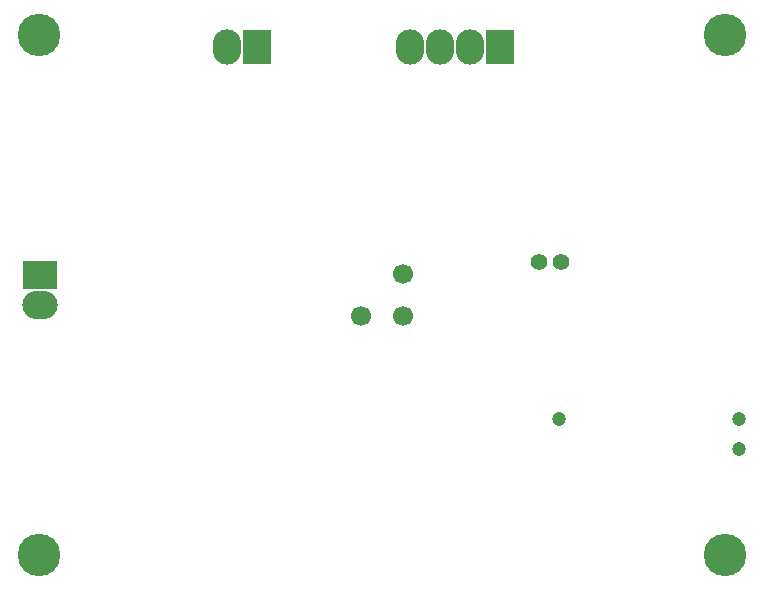
<source format=gbs>
G04 #@! TF.FileFunction,Soldermask,Bot*
%FSLAX46Y46*%
G04 Gerber Fmt 4.6, Leading zero omitted, Abs format (unit mm)*
G04 Created by KiCad (PCBNEW 4.0.7) date 12/08/17 15:57:13*
%MOMM*%
%LPD*%
G01*
G04 APERTURE LIST*
%ADD10C,0.100000*%
%ADD11R,3.000000X2.400000*%
%ADD12O,3.000000X2.400000*%
%ADD13R,2.400000X3.000000*%
%ADD14O,2.400000X3.000000*%
%ADD15C,1.200000*%
%ADD16C,1.700000*%
%ADD17C,1.400000*%
%ADD18C,3.600000*%
G04 APERTURE END LIST*
D10*
D11*
X134040000Y-90320000D03*
D12*
X134040000Y-92860000D03*
D13*
X172960000Y-71010000D03*
D14*
X170420000Y-71010000D03*
X167880000Y-71010000D03*
X165340000Y-71010000D03*
D15*
X178010000Y-102500000D03*
X193250000Y-105040000D03*
X193250000Y-102500000D03*
D13*
X152420000Y-71030000D03*
D14*
X149880000Y-71030000D03*
D16*
X161204000Y-93796000D03*
X164796000Y-90204000D03*
X164796000Y-93796000D03*
D17*
X176290000Y-89190000D03*
X178190000Y-89190000D03*
D18*
X134000000Y-70000000D03*
X192000000Y-70000000D03*
X134000000Y-114000000D03*
X192000000Y-114000000D03*
M02*

</source>
